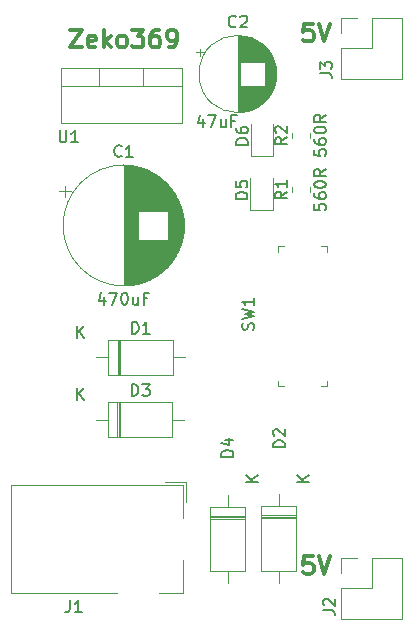
<source format=gto>
%TF.GenerationSoftware,KiCad,Pcbnew,(5.1.10-1-10_14)*%
%TF.CreationDate,2021-10-22T00:21:01+02:00*%
%TF.ProjectId,breadboard-psu,62726561-6462-46f6-9172-642d7073752e,a*%
%TF.SameCoordinates,Original*%
%TF.FileFunction,Legend,Top*%
%TF.FilePolarity,Positive*%
%FSLAX46Y46*%
G04 Gerber Fmt 4.6, Leading zero omitted, Abs format (unit mm)*
G04 Created by KiCad (PCBNEW (5.1.10-1-10_14)) date 2021-10-22 00:21:01*
%MOMM*%
%LPD*%
G01*
G04 APERTURE LIST*
%ADD10C,0.300000*%
%ADD11C,0.100000*%
%ADD12C,0.120000*%
%ADD13C,0.150000*%
G04 APERTURE END LIST*
D10*
X110839285Y-109668571D02*
X110125000Y-109668571D01*
X110053571Y-110382857D01*
X110125000Y-110311428D01*
X110267857Y-110240000D01*
X110625000Y-110240000D01*
X110767857Y-110311428D01*
X110839285Y-110382857D01*
X110910714Y-110525714D01*
X110910714Y-110882857D01*
X110839285Y-111025714D01*
X110767857Y-111097142D01*
X110625000Y-111168571D01*
X110267857Y-111168571D01*
X110125000Y-111097142D01*
X110053571Y-111025714D01*
X111339285Y-109668571D02*
X111839285Y-111168571D01*
X112339285Y-109668571D01*
X110839285Y-64583571D02*
X110125000Y-64583571D01*
X110053571Y-65297857D01*
X110125000Y-65226428D01*
X110267857Y-65155000D01*
X110625000Y-65155000D01*
X110767857Y-65226428D01*
X110839285Y-65297857D01*
X110910714Y-65440714D01*
X110910714Y-65797857D01*
X110839285Y-65940714D01*
X110767857Y-66012142D01*
X110625000Y-66083571D01*
X110267857Y-66083571D01*
X110125000Y-66012142D01*
X110053571Y-65940714D01*
X111339285Y-64583571D02*
X111839285Y-66083571D01*
X112339285Y-64583571D01*
X90297571Y-65091571D02*
X91297571Y-65091571D01*
X90297571Y-66591571D01*
X91297571Y-66591571D01*
X92440428Y-66520142D02*
X92297571Y-66591571D01*
X92011857Y-66591571D01*
X91869000Y-66520142D01*
X91797571Y-66377285D01*
X91797571Y-65805857D01*
X91869000Y-65663000D01*
X92011857Y-65591571D01*
X92297571Y-65591571D01*
X92440428Y-65663000D01*
X92511857Y-65805857D01*
X92511857Y-65948714D01*
X91797571Y-66091571D01*
X93154714Y-66591571D02*
X93154714Y-65091571D01*
X93297571Y-66020142D02*
X93726142Y-66591571D01*
X93726142Y-65591571D02*
X93154714Y-66163000D01*
X94583285Y-66591571D02*
X94440428Y-66520142D01*
X94369000Y-66448714D01*
X94297571Y-66305857D01*
X94297571Y-65877285D01*
X94369000Y-65734428D01*
X94440428Y-65663000D01*
X94583285Y-65591571D01*
X94797571Y-65591571D01*
X94940428Y-65663000D01*
X95011857Y-65734428D01*
X95083285Y-65877285D01*
X95083285Y-66305857D01*
X95011857Y-66448714D01*
X94940428Y-66520142D01*
X94797571Y-66591571D01*
X94583285Y-66591571D01*
X95583285Y-65091571D02*
X96511857Y-65091571D01*
X96011857Y-65663000D01*
X96226142Y-65663000D01*
X96369000Y-65734428D01*
X96440428Y-65805857D01*
X96511857Y-65948714D01*
X96511857Y-66305857D01*
X96440428Y-66448714D01*
X96369000Y-66520142D01*
X96226142Y-66591571D01*
X95797571Y-66591571D01*
X95654714Y-66520142D01*
X95583285Y-66448714D01*
X97797571Y-65091571D02*
X97511857Y-65091571D01*
X97369000Y-65163000D01*
X97297571Y-65234428D01*
X97154714Y-65448714D01*
X97083285Y-65734428D01*
X97083285Y-66305857D01*
X97154714Y-66448714D01*
X97226142Y-66520142D01*
X97369000Y-66591571D01*
X97654714Y-66591571D01*
X97797571Y-66520142D01*
X97869000Y-66448714D01*
X97940428Y-66305857D01*
X97940428Y-65948714D01*
X97869000Y-65805857D01*
X97797571Y-65734428D01*
X97654714Y-65663000D01*
X97369000Y-65663000D01*
X97226142Y-65734428D01*
X97154714Y-65805857D01*
X97083285Y-65948714D01*
X98654714Y-66591571D02*
X98940428Y-66591571D01*
X99083285Y-66520142D01*
X99154714Y-66448714D01*
X99297571Y-66234428D01*
X99369000Y-65948714D01*
X99369000Y-65377285D01*
X99297571Y-65234428D01*
X99226142Y-65163000D01*
X99083285Y-65091571D01*
X98797571Y-65091571D01*
X98654714Y-65163000D01*
X98583285Y-65234428D01*
X98511857Y-65377285D01*
X98511857Y-65734428D01*
X98583285Y-65877285D01*
X98654714Y-65948714D01*
X98797571Y-66020142D01*
X99083285Y-66020142D01*
X99226142Y-65948714D01*
X99297571Y-65877285D01*
X99369000Y-65734428D01*
D11*
%TO.C,SW1*%
X112082000Y-95295000D02*
X112082000Y-94795000D01*
X112082000Y-95295000D02*
X111582000Y-95295000D01*
X112082000Y-83395000D02*
X111582000Y-83395000D01*
X112082000Y-83395000D02*
X112082000Y-83895000D01*
X107882000Y-83395000D02*
X108382000Y-83395000D01*
X107882000Y-83395000D02*
X107882000Y-83895000D01*
X107882000Y-95295000D02*
X108382000Y-95295000D01*
X107882000Y-95295000D02*
X107882000Y-94795000D01*
D12*
%TO.C,C1*%
X99949000Y-81661000D02*
G75*
G03*
X99949000Y-81661000I-5120000J0D01*
G01*
X94829000Y-76581000D02*
X94829000Y-86741000D01*
X94869000Y-76581000D02*
X94869000Y-86741000D01*
X94909000Y-76581000D02*
X94909000Y-86741000D01*
X94949000Y-76582000D02*
X94949000Y-86740000D01*
X94989000Y-76583000D02*
X94989000Y-86739000D01*
X95029000Y-76584000D02*
X95029000Y-86738000D01*
X95069000Y-76586000D02*
X95069000Y-86736000D01*
X95109000Y-76588000D02*
X95109000Y-86734000D01*
X95149000Y-76591000D02*
X95149000Y-86731000D01*
X95189000Y-76593000D02*
X95189000Y-86729000D01*
X95229000Y-76596000D02*
X95229000Y-86726000D01*
X95269000Y-76599000D02*
X95269000Y-86723000D01*
X95309000Y-76603000D02*
X95309000Y-86719000D01*
X95349000Y-76607000D02*
X95349000Y-86715000D01*
X95389000Y-76611000D02*
X95389000Y-86711000D01*
X95429000Y-76616000D02*
X95429000Y-86706000D01*
X95469000Y-76621000D02*
X95469000Y-86701000D01*
X95509000Y-76626000D02*
X95509000Y-86696000D01*
X95550000Y-76631000D02*
X95550000Y-86691000D01*
X95590000Y-76637000D02*
X95590000Y-86685000D01*
X95630000Y-76643000D02*
X95630000Y-86679000D01*
X95670000Y-76650000D02*
X95670000Y-86672000D01*
X95710000Y-76657000D02*
X95710000Y-86665000D01*
X95750000Y-76664000D02*
X95750000Y-86658000D01*
X95790000Y-76671000D02*
X95790000Y-86651000D01*
X95830000Y-76679000D02*
X95830000Y-86643000D01*
X95870000Y-76687000D02*
X95870000Y-86635000D01*
X95910000Y-76696000D02*
X95910000Y-86626000D01*
X95950000Y-76705000D02*
X95950000Y-86617000D01*
X95990000Y-76714000D02*
X95990000Y-86608000D01*
X96030000Y-76723000D02*
X96030000Y-86599000D01*
X96070000Y-76733000D02*
X96070000Y-86589000D01*
X96110000Y-76743000D02*
X96110000Y-80420000D01*
X96110000Y-82902000D02*
X96110000Y-86579000D01*
X96150000Y-76754000D02*
X96150000Y-80420000D01*
X96150000Y-82902000D02*
X96150000Y-86568000D01*
X96190000Y-76764000D02*
X96190000Y-80420000D01*
X96190000Y-82902000D02*
X96190000Y-86558000D01*
X96230000Y-76776000D02*
X96230000Y-80420000D01*
X96230000Y-82902000D02*
X96230000Y-86546000D01*
X96270000Y-76787000D02*
X96270000Y-80420000D01*
X96270000Y-82902000D02*
X96270000Y-86535000D01*
X96310000Y-76799000D02*
X96310000Y-80420000D01*
X96310000Y-82902000D02*
X96310000Y-86523000D01*
X96350000Y-76811000D02*
X96350000Y-80420000D01*
X96350000Y-82902000D02*
X96350000Y-86511000D01*
X96390000Y-76824000D02*
X96390000Y-80420000D01*
X96390000Y-82902000D02*
X96390000Y-86498000D01*
X96430000Y-76837000D02*
X96430000Y-80420000D01*
X96430000Y-82902000D02*
X96430000Y-86485000D01*
X96470000Y-76850000D02*
X96470000Y-80420000D01*
X96470000Y-82902000D02*
X96470000Y-86472000D01*
X96510000Y-76864000D02*
X96510000Y-80420000D01*
X96510000Y-82902000D02*
X96510000Y-86458000D01*
X96550000Y-76878000D02*
X96550000Y-80420000D01*
X96550000Y-82902000D02*
X96550000Y-86444000D01*
X96590000Y-76893000D02*
X96590000Y-80420000D01*
X96590000Y-82902000D02*
X96590000Y-86429000D01*
X96630000Y-76907000D02*
X96630000Y-80420000D01*
X96630000Y-82902000D02*
X96630000Y-86415000D01*
X96670000Y-76923000D02*
X96670000Y-80420000D01*
X96670000Y-82902000D02*
X96670000Y-86399000D01*
X96710000Y-76938000D02*
X96710000Y-80420000D01*
X96710000Y-82902000D02*
X96710000Y-86384000D01*
X96750000Y-76954000D02*
X96750000Y-80420000D01*
X96750000Y-82902000D02*
X96750000Y-86368000D01*
X96790000Y-76971000D02*
X96790000Y-80420000D01*
X96790000Y-82902000D02*
X96790000Y-86351000D01*
X96830000Y-76987000D02*
X96830000Y-80420000D01*
X96830000Y-82902000D02*
X96830000Y-86335000D01*
X96870000Y-77004000D02*
X96870000Y-80420000D01*
X96870000Y-82902000D02*
X96870000Y-86318000D01*
X96910000Y-77022000D02*
X96910000Y-80420000D01*
X96910000Y-82902000D02*
X96910000Y-86300000D01*
X96950000Y-77040000D02*
X96950000Y-80420000D01*
X96950000Y-82902000D02*
X96950000Y-86282000D01*
X96990000Y-77058000D02*
X96990000Y-80420000D01*
X96990000Y-82902000D02*
X96990000Y-86264000D01*
X97030000Y-77077000D02*
X97030000Y-80420000D01*
X97030000Y-82902000D02*
X97030000Y-86245000D01*
X97070000Y-77097000D02*
X97070000Y-80420000D01*
X97070000Y-82902000D02*
X97070000Y-86225000D01*
X97110000Y-77116000D02*
X97110000Y-80420000D01*
X97110000Y-82902000D02*
X97110000Y-86206000D01*
X97150000Y-77136000D02*
X97150000Y-80420000D01*
X97150000Y-82902000D02*
X97150000Y-86186000D01*
X97190000Y-77157000D02*
X97190000Y-80420000D01*
X97190000Y-82902000D02*
X97190000Y-86165000D01*
X97230000Y-77178000D02*
X97230000Y-80420000D01*
X97230000Y-82902000D02*
X97230000Y-86144000D01*
X97270000Y-77199000D02*
X97270000Y-80420000D01*
X97270000Y-82902000D02*
X97270000Y-86123000D01*
X97310000Y-77221000D02*
X97310000Y-80420000D01*
X97310000Y-82902000D02*
X97310000Y-86101000D01*
X97350000Y-77244000D02*
X97350000Y-80420000D01*
X97350000Y-82902000D02*
X97350000Y-86078000D01*
X97390000Y-77266000D02*
X97390000Y-80420000D01*
X97390000Y-82902000D02*
X97390000Y-86056000D01*
X97430000Y-77290000D02*
X97430000Y-80420000D01*
X97430000Y-82902000D02*
X97430000Y-86032000D01*
X97470000Y-77314000D02*
X97470000Y-80420000D01*
X97470000Y-82902000D02*
X97470000Y-86008000D01*
X97510000Y-77338000D02*
X97510000Y-80420000D01*
X97510000Y-82902000D02*
X97510000Y-85984000D01*
X97550000Y-77363000D02*
X97550000Y-80420000D01*
X97550000Y-82902000D02*
X97550000Y-85959000D01*
X97590000Y-77388000D02*
X97590000Y-80420000D01*
X97590000Y-82902000D02*
X97590000Y-85934000D01*
X97630000Y-77414000D02*
X97630000Y-80420000D01*
X97630000Y-82902000D02*
X97630000Y-85908000D01*
X97670000Y-77440000D02*
X97670000Y-80420000D01*
X97670000Y-82902000D02*
X97670000Y-85882000D01*
X97710000Y-77467000D02*
X97710000Y-80420000D01*
X97710000Y-82902000D02*
X97710000Y-85855000D01*
X97750000Y-77495000D02*
X97750000Y-80420000D01*
X97750000Y-82902000D02*
X97750000Y-85827000D01*
X97790000Y-77523000D02*
X97790000Y-80420000D01*
X97790000Y-82902000D02*
X97790000Y-85799000D01*
X97830000Y-77551000D02*
X97830000Y-80420000D01*
X97830000Y-82902000D02*
X97830000Y-85771000D01*
X97870000Y-77581000D02*
X97870000Y-80420000D01*
X97870000Y-82902000D02*
X97870000Y-85741000D01*
X97910000Y-77611000D02*
X97910000Y-80420000D01*
X97910000Y-82902000D02*
X97910000Y-85711000D01*
X97950000Y-77641000D02*
X97950000Y-80420000D01*
X97950000Y-82902000D02*
X97950000Y-85681000D01*
X97990000Y-77672000D02*
X97990000Y-80420000D01*
X97990000Y-82902000D02*
X97990000Y-85650000D01*
X98030000Y-77704000D02*
X98030000Y-80420000D01*
X98030000Y-82902000D02*
X98030000Y-85618000D01*
X98070000Y-77736000D02*
X98070000Y-80420000D01*
X98070000Y-82902000D02*
X98070000Y-85586000D01*
X98110000Y-77769000D02*
X98110000Y-80420000D01*
X98110000Y-82902000D02*
X98110000Y-85553000D01*
X98150000Y-77803000D02*
X98150000Y-80420000D01*
X98150000Y-82902000D02*
X98150000Y-85519000D01*
X98190000Y-77837000D02*
X98190000Y-80420000D01*
X98190000Y-82902000D02*
X98190000Y-85485000D01*
X98230000Y-77872000D02*
X98230000Y-80420000D01*
X98230000Y-82902000D02*
X98230000Y-85450000D01*
X98270000Y-77908000D02*
X98270000Y-80420000D01*
X98270000Y-82902000D02*
X98270000Y-85414000D01*
X98310000Y-77945000D02*
X98310000Y-80420000D01*
X98310000Y-82902000D02*
X98310000Y-85377000D01*
X98350000Y-77982000D02*
X98350000Y-80420000D01*
X98350000Y-82902000D02*
X98350000Y-85340000D01*
X98390000Y-78021000D02*
X98390000Y-80420000D01*
X98390000Y-82902000D02*
X98390000Y-85301000D01*
X98430000Y-78060000D02*
X98430000Y-80420000D01*
X98430000Y-82902000D02*
X98430000Y-85262000D01*
X98470000Y-78100000D02*
X98470000Y-80420000D01*
X98470000Y-82902000D02*
X98470000Y-85222000D01*
X98510000Y-78141000D02*
X98510000Y-80420000D01*
X98510000Y-82902000D02*
X98510000Y-85181000D01*
X98550000Y-78183000D02*
X98550000Y-80420000D01*
X98550000Y-82902000D02*
X98550000Y-85139000D01*
X98590000Y-78225000D02*
X98590000Y-85097000D01*
X98630000Y-78269000D02*
X98630000Y-85053000D01*
X98670000Y-78314000D02*
X98670000Y-85008000D01*
X98710000Y-78360000D02*
X98710000Y-84962000D01*
X98750000Y-78407000D02*
X98750000Y-84915000D01*
X98790000Y-78455000D02*
X98790000Y-84867000D01*
X98830000Y-78505000D02*
X98830000Y-84817000D01*
X98870000Y-78555000D02*
X98870000Y-84767000D01*
X98910000Y-78607000D02*
X98910000Y-84715000D01*
X98950000Y-78661000D02*
X98950000Y-84661000D01*
X98990000Y-78716000D02*
X98990000Y-84606000D01*
X99030000Y-78772000D02*
X99030000Y-84550000D01*
X99070000Y-78831000D02*
X99070000Y-84491000D01*
X99110000Y-78891000D02*
X99110000Y-84431000D01*
X99150000Y-78952000D02*
X99150000Y-84370000D01*
X99190000Y-79016000D02*
X99190000Y-84306000D01*
X99230000Y-79082000D02*
X99230000Y-84240000D01*
X99270000Y-79151000D02*
X99270000Y-84171000D01*
X99310000Y-79222000D02*
X99310000Y-84100000D01*
X99350000Y-79296000D02*
X99350000Y-84026000D01*
X99390000Y-79372000D02*
X99390000Y-83950000D01*
X99430000Y-79452000D02*
X99430000Y-83870000D01*
X99470000Y-79536000D02*
X99470000Y-83786000D01*
X99510000Y-79624000D02*
X99510000Y-83698000D01*
X99550000Y-79717000D02*
X99550000Y-83605000D01*
X99590000Y-79815000D02*
X99590000Y-83507000D01*
X99630000Y-79919000D02*
X99630000Y-83403000D01*
X99670000Y-80031000D02*
X99670000Y-83291000D01*
X99710000Y-80151000D02*
X99710000Y-83171000D01*
X99750000Y-80283000D02*
X99750000Y-83039000D01*
X99790000Y-80431000D02*
X99790000Y-82891000D01*
X99830000Y-80599000D02*
X99830000Y-82723000D01*
X99870000Y-80799000D02*
X99870000Y-82523000D01*
X99910000Y-81062000D02*
X99910000Y-82260000D01*
X89349354Y-78786000D02*
X90349354Y-78786000D01*
X89849354Y-78286000D02*
X89849354Y-79286000D01*
%TO.C,C2*%
X107771000Y-68834000D02*
G75*
G03*
X107771000Y-68834000I-3270000J0D01*
G01*
X104501000Y-65604000D02*
X104501000Y-72064000D01*
X104541000Y-65604000D02*
X104541000Y-72064000D01*
X104581000Y-65604000D02*
X104581000Y-72064000D01*
X104621000Y-65606000D02*
X104621000Y-72062000D01*
X104661000Y-65607000D02*
X104661000Y-72061000D01*
X104701000Y-65610000D02*
X104701000Y-72058000D01*
X104741000Y-65612000D02*
X104741000Y-67794000D01*
X104741000Y-69874000D02*
X104741000Y-72056000D01*
X104781000Y-65616000D02*
X104781000Y-67794000D01*
X104781000Y-69874000D02*
X104781000Y-72052000D01*
X104821000Y-65619000D02*
X104821000Y-67794000D01*
X104821000Y-69874000D02*
X104821000Y-72049000D01*
X104861000Y-65623000D02*
X104861000Y-67794000D01*
X104861000Y-69874000D02*
X104861000Y-72045000D01*
X104901000Y-65628000D02*
X104901000Y-67794000D01*
X104901000Y-69874000D02*
X104901000Y-72040000D01*
X104941000Y-65633000D02*
X104941000Y-67794000D01*
X104941000Y-69874000D02*
X104941000Y-72035000D01*
X104981000Y-65639000D02*
X104981000Y-67794000D01*
X104981000Y-69874000D02*
X104981000Y-72029000D01*
X105021000Y-65645000D02*
X105021000Y-67794000D01*
X105021000Y-69874000D02*
X105021000Y-72023000D01*
X105061000Y-65652000D02*
X105061000Y-67794000D01*
X105061000Y-69874000D02*
X105061000Y-72016000D01*
X105101000Y-65659000D02*
X105101000Y-67794000D01*
X105101000Y-69874000D02*
X105101000Y-72009000D01*
X105141000Y-65667000D02*
X105141000Y-67794000D01*
X105141000Y-69874000D02*
X105141000Y-72001000D01*
X105181000Y-65675000D02*
X105181000Y-67794000D01*
X105181000Y-69874000D02*
X105181000Y-71993000D01*
X105222000Y-65684000D02*
X105222000Y-67794000D01*
X105222000Y-69874000D02*
X105222000Y-71984000D01*
X105262000Y-65693000D02*
X105262000Y-67794000D01*
X105262000Y-69874000D02*
X105262000Y-71975000D01*
X105302000Y-65703000D02*
X105302000Y-67794000D01*
X105302000Y-69874000D02*
X105302000Y-71965000D01*
X105342000Y-65713000D02*
X105342000Y-67794000D01*
X105342000Y-69874000D02*
X105342000Y-71955000D01*
X105382000Y-65724000D02*
X105382000Y-67794000D01*
X105382000Y-69874000D02*
X105382000Y-71944000D01*
X105422000Y-65736000D02*
X105422000Y-67794000D01*
X105422000Y-69874000D02*
X105422000Y-71932000D01*
X105462000Y-65748000D02*
X105462000Y-67794000D01*
X105462000Y-69874000D02*
X105462000Y-71920000D01*
X105502000Y-65760000D02*
X105502000Y-67794000D01*
X105502000Y-69874000D02*
X105502000Y-71908000D01*
X105542000Y-65773000D02*
X105542000Y-67794000D01*
X105542000Y-69874000D02*
X105542000Y-71895000D01*
X105582000Y-65787000D02*
X105582000Y-67794000D01*
X105582000Y-69874000D02*
X105582000Y-71881000D01*
X105622000Y-65801000D02*
X105622000Y-67794000D01*
X105622000Y-69874000D02*
X105622000Y-71867000D01*
X105662000Y-65816000D02*
X105662000Y-67794000D01*
X105662000Y-69874000D02*
X105662000Y-71852000D01*
X105702000Y-65832000D02*
X105702000Y-67794000D01*
X105702000Y-69874000D02*
X105702000Y-71836000D01*
X105742000Y-65848000D02*
X105742000Y-67794000D01*
X105742000Y-69874000D02*
X105742000Y-71820000D01*
X105782000Y-65864000D02*
X105782000Y-67794000D01*
X105782000Y-69874000D02*
X105782000Y-71804000D01*
X105822000Y-65882000D02*
X105822000Y-67794000D01*
X105822000Y-69874000D02*
X105822000Y-71786000D01*
X105862000Y-65900000D02*
X105862000Y-67794000D01*
X105862000Y-69874000D02*
X105862000Y-71768000D01*
X105902000Y-65918000D02*
X105902000Y-67794000D01*
X105902000Y-69874000D02*
X105902000Y-71750000D01*
X105942000Y-65938000D02*
X105942000Y-67794000D01*
X105942000Y-69874000D02*
X105942000Y-71730000D01*
X105982000Y-65958000D02*
X105982000Y-67794000D01*
X105982000Y-69874000D02*
X105982000Y-71710000D01*
X106022000Y-65978000D02*
X106022000Y-67794000D01*
X106022000Y-69874000D02*
X106022000Y-71690000D01*
X106062000Y-66000000D02*
X106062000Y-67794000D01*
X106062000Y-69874000D02*
X106062000Y-71668000D01*
X106102000Y-66022000D02*
X106102000Y-67794000D01*
X106102000Y-69874000D02*
X106102000Y-71646000D01*
X106142000Y-66044000D02*
X106142000Y-67794000D01*
X106142000Y-69874000D02*
X106142000Y-71624000D01*
X106182000Y-66068000D02*
X106182000Y-67794000D01*
X106182000Y-69874000D02*
X106182000Y-71600000D01*
X106222000Y-66092000D02*
X106222000Y-67794000D01*
X106222000Y-69874000D02*
X106222000Y-71576000D01*
X106262000Y-66118000D02*
X106262000Y-67794000D01*
X106262000Y-69874000D02*
X106262000Y-71550000D01*
X106302000Y-66144000D02*
X106302000Y-67794000D01*
X106302000Y-69874000D02*
X106302000Y-71524000D01*
X106342000Y-66170000D02*
X106342000Y-67794000D01*
X106342000Y-69874000D02*
X106342000Y-71498000D01*
X106382000Y-66198000D02*
X106382000Y-67794000D01*
X106382000Y-69874000D02*
X106382000Y-71470000D01*
X106422000Y-66227000D02*
X106422000Y-67794000D01*
X106422000Y-69874000D02*
X106422000Y-71441000D01*
X106462000Y-66256000D02*
X106462000Y-67794000D01*
X106462000Y-69874000D02*
X106462000Y-71412000D01*
X106502000Y-66286000D02*
X106502000Y-67794000D01*
X106502000Y-69874000D02*
X106502000Y-71382000D01*
X106542000Y-66318000D02*
X106542000Y-67794000D01*
X106542000Y-69874000D02*
X106542000Y-71350000D01*
X106582000Y-66350000D02*
X106582000Y-67794000D01*
X106582000Y-69874000D02*
X106582000Y-71318000D01*
X106622000Y-66384000D02*
X106622000Y-67794000D01*
X106622000Y-69874000D02*
X106622000Y-71284000D01*
X106662000Y-66418000D02*
X106662000Y-67794000D01*
X106662000Y-69874000D02*
X106662000Y-71250000D01*
X106702000Y-66454000D02*
X106702000Y-67794000D01*
X106702000Y-69874000D02*
X106702000Y-71214000D01*
X106742000Y-66491000D02*
X106742000Y-67794000D01*
X106742000Y-69874000D02*
X106742000Y-71177000D01*
X106782000Y-66529000D02*
X106782000Y-67794000D01*
X106782000Y-69874000D02*
X106782000Y-71139000D01*
X106822000Y-66569000D02*
X106822000Y-71099000D01*
X106862000Y-66610000D02*
X106862000Y-71058000D01*
X106902000Y-66652000D02*
X106902000Y-71016000D01*
X106942000Y-66697000D02*
X106942000Y-70971000D01*
X106982000Y-66742000D02*
X106982000Y-70926000D01*
X107022000Y-66790000D02*
X107022000Y-70878000D01*
X107062000Y-66839000D02*
X107062000Y-70829000D01*
X107102000Y-66890000D02*
X107102000Y-70778000D01*
X107142000Y-66944000D02*
X107142000Y-70724000D01*
X107182000Y-67000000D02*
X107182000Y-70668000D01*
X107222000Y-67058000D02*
X107222000Y-70610000D01*
X107262000Y-67120000D02*
X107262000Y-70548000D01*
X107302000Y-67184000D02*
X107302000Y-70484000D01*
X107342000Y-67253000D02*
X107342000Y-70415000D01*
X107382000Y-67325000D02*
X107382000Y-70343000D01*
X107422000Y-67402000D02*
X107422000Y-70266000D01*
X107462000Y-67484000D02*
X107462000Y-70184000D01*
X107502000Y-67572000D02*
X107502000Y-70096000D01*
X107542000Y-67669000D02*
X107542000Y-69999000D01*
X107582000Y-67775000D02*
X107582000Y-69893000D01*
X107622000Y-67894000D02*
X107622000Y-69774000D01*
X107662000Y-68032000D02*
X107662000Y-69636000D01*
X107702000Y-68201000D02*
X107702000Y-69467000D01*
X107742000Y-68432000D02*
X107742000Y-69236000D01*
X101000759Y-66995000D02*
X101630759Y-66995000D01*
X101315759Y-66680000D02*
X101315759Y-67310000D01*
%TO.C,D1*%
X93546000Y-91367000D02*
X93546000Y-94307000D01*
X93546000Y-94307000D02*
X98986000Y-94307000D01*
X98986000Y-94307000D02*
X98986000Y-91367000D01*
X98986000Y-91367000D02*
X93546000Y-91367000D01*
X92526000Y-92837000D02*
X93546000Y-92837000D01*
X100006000Y-92837000D02*
X98986000Y-92837000D01*
X94446000Y-91367000D02*
X94446000Y-94307000D01*
X94566000Y-91367000D02*
X94566000Y-94307000D01*
X94326000Y-91367000D02*
X94326000Y-94307000D01*
%TO.C,D2*%
X109420000Y-105439001D02*
X106480000Y-105439001D01*
X106480000Y-105439001D02*
X106480000Y-110879001D01*
X106480000Y-110879001D02*
X109420000Y-110879001D01*
X109420000Y-110879001D02*
X109420000Y-105439001D01*
X107950000Y-104419001D02*
X107950000Y-105439001D01*
X107950000Y-111899001D02*
X107950000Y-110879001D01*
X109420000Y-106339001D02*
X106480000Y-106339001D01*
X109420000Y-106459001D02*
X106480000Y-106459001D01*
X109420000Y-106219001D02*
X106480000Y-106219001D01*
%TO.C,D3*%
X94304001Y-96639001D02*
X94304001Y-99579001D01*
X94544001Y-96639001D02*
X94544001Y-99579001D01*
X94424001Y-96639001D02*
X94424001Y-99579001D01*
X99984001Y-98109001D02*
X98964001Y-98109001D01*
X92504001Y-98109001D02*
X93524001Y-98109001D01*
X98964001Y-96639001D02*
X93524001Y-96639001D01*
X98964001Y-99579001D02*
X98964001Y-96639001D01*
X93524001Y-99579001D02*
X98964001Y-99579001D01*
X93524001Y-96639001D02*
X93524001Y-99579001D01*
%TO.C,D4*%
X105102000Y-106264000D02*
X102162000Y-106264000D01*
X105102000Y-106504000D02*
X102162000Y-106504000D01*
X105102000Y-106384000D02*
X102162000Y-106384000D01*
X103632000Y-111944000D02*
X103632000Y-110924000D01*
X103632000Y-104464000D02*
X103632000Y-105484000D01*
X105102000Y-110924000D02*
X105102000Y-105484000D01*
X102162000Y-110924000D02*
X105102000Y-110924000D01*
X102162000Y-105484000D02*
X102162000Y-110924000D01*
X105102000Y-105484000D02*
X102162000Y-105484000D01*
%TO.C,D5*%
X105558001Y-77657999D02*
X105558001Y-80342999D01*
X105558001Y-80342999D02*
X107478001Y-80342999D01*
X107478001Y-80342999D02*
X107478001Y-77657999D01*
%TO.C,D6*%
X107517001Y-75760999D02*
X107517001Y-73075999D01*
X105597001Y-75760999D02*
X107517001Y-75760999D01*
X105597001Y-73075999D02*
X105597001Y-75760999D01*
%TO.C,J1*%
X94260000Y-112804000D02*
X85260000Y-112804000D01*
X85260000Y-112804000D02*
X85260000Y-103604000D01*
X85260000Y-103604000D02*
X99860000Y-103604000D01*
X99860000Y-103604000D02*
X99860000Y-106404000D01*
X99860000Y-110004000D02*
X99860000Y-112804000D01*
X99860000Y-112804000D02*
X97860000Y-112804000D01*
X98360000Y-103364000D02*
X100100000Y-103364000D01*
X100100000Y-103364000D02*
X100100000Y-105104000D01*
%TO.C,J2*%
X113224000Y-114995000D02*
X118424000Y-114995000D01*
X113224000Y-112395000D02*
X113224000Y-114995000D01*
X118424000Y-109795000D02*
X118424000Y-114995000D01*
X113224000Y-112395000D02*
X115824000Y-112395000D01*
X115824000Y-112395000D02*
X115824000Y-109795000D01*
X115824000Y-109795000D02*
X118424000Y-109795000D01*
X113224000Y-111125000D02*
X113224000Y-109795000D01*
X113224000Y-109795000D02*
X114554000Y-109795000D01*
%TO.C,J3*%
X113224000Y-64075000D02*
X114554000Y-64075000D01*
X113224000Y-65405000D02*
X113224000Y-64075000D01*
X115824000Y-64075000D02*
X118424000Y-64075000D01*
X115824000Y-66675000D02*
X115824000Y-64075000D01*
X113224000Y-66675000D02*
X115824000Y-66675000D01*
X118424000Y-64075000D02*
X118424000Y-69275000D01*
X113224000Y-66675000D02*
X113224000Y-69275000D01*
X113224000Y-69275000D02*
X118424000Y-69275000D01*
%TO.C,R1*%
X109120000Y-78863564D02*
X109120000Y-78409436D01*
X110590000Y-78863564D02*
X110590000Y-78409436D01*
%TO.C,R2*%
X110590000Y-74268064D02*
X110590000Y-73813936D01*
X109120000Y-74268064D02*
X109120000Y-73813936D01*
%TO.C,U1*%
X89495000Y-68358000D02*
X99735000Y-68358000D01*
X89495000Y-72999000D02*
X99735000Y-72999000D01*
X89495000Y-68358000D02*
X89495000Y-72999000D01*
X99735000Y-68358000D02*
X99735000Y-72999000D01*
X89495000Y-69868000D02*
X99735000Y-69868000D01*
X92765000Y-68358000D02*
X92765000Y-69868000D01*
X96466000Y-68358000D02*
X96466000Y-69868000D01*
%TO.C,SW1*%
D13*
X105814761Y-90487333D02*
X105862380Y-90344476D01*
X105862380Y-90106380D01*
X105814761Y-90011142D01*
X105767142Y-89963523D01*
X105671904Y-89915904D01*
X105576666Y-89915904D01*
X105481428Y-89963523D01*
X105433809Y-90011142D01*
X105386190Y-90106380D01*
X105338571Y-90296857D01*
X105290952Y-90392095D01*
X105243333Y-90439714D01*
X105148095Y-90487333D01*
X105052857Y-90487333D01*
X104957619Y-90439714D01*
X104910000Y-90392095D01*
X104862380Y-90296857D01*
X104862380Y-90058761D01*
X104910000Y-89915904D01*
X104862380Y-89582571D02*
X105862380Y-89344476D01*
X105148095Y-89154000D01*
X105862380Y-88963523D01*
X104862380Y-88725428D01*
X105862380Y-87820666D02*
X105862380Y-88392095D01*
X105862380Y-88106380D02*
X104862380Y-88106380D01*
X105005238Y-88201619D01*
X105100476Y-88296857D01*
X105148095Y-88392095D01*
%TO.C,C1*%
X94662333Y-75768142D02*
X94614714Y-75815761D01*
X94471857Y-75863380D01*
X94376619Y-75863380D01*
X94233761Y-75815761D01*
X94138523Y-75720523D01*
X94090904Y-75625285D01*
X94043285Y-75434809D01*
X94043285Y-75291952D01*
X94090904Y-75101476D01*
X94138523Y-75006238D01*
X94233761Y-74911000D01*
X94376619Y-74863380D01*
X94471857Y-74863380D01*
X94614714Y-74911000D01*
X94662333Y-74958619D01*
X95614714Y-75863380D02*
X95043285Y-75863380D01*
X95329000Y-75863380D02*
X95329000Y-74863380D01*
X95233761Y-75006238D01*
X95138523Y-75101476D01*
X95043285Y-75149095D01*
X93186142Y-87696714D02*
X93186142Y-88363380D01*
X92948047Y-87315761D02*
X92709952Y-88030047D01*
X93329000Y-88030047D01*
X93614714Y-87363380D02*
X94281380Y-87363380D01*
X93852809Y-88363380D01*
X94852809Y-87363380D02*
X94948047Y-87363380D01*
X95043285Y-87411000D01*
X95090904Y-87458619D01*
X95138523Y-87553857D01*
X95186142Y-87744333D01*
X95186142Y-87982428D01*
X95138523Y-88172904D01*
X95090904Y-88268142D01*
X95043285Y-88315761D01*
X94948047Y-88363380D01*
X94852809Y-88363380D01*
X94757571Y-88315761D01*
X94709952Y-88268142D01*
X94662333Y-88172904D01*
X94614714Y-87982428D01*
X94614714Y-87744333D01*
X94662333Y-87553857D01*
X94709952Y-87458619D01*
X94757571Y-87411000D01*
X94852809Y-87363380D01*
X96043285Y-87696714D02*
X96043285Y-88363380D01*
X95614714Y-87696714D02*
X95614714Y-88220523D01*
X95662333Y-88315761D01*
X95757571Y-88363380D01*
X95900428Y-88363380D01*
X95995666Y-88315761D01*
X96043285Y-88268142D01*
X96852809Y-87839571D02*
X96519476Y-87839571D01*
X96519476Y-88363380D02*
X96519476Y-87363380D01*
X96995666Y-87363380D01*
%TO.C,C2*%
X104334333Y-64791142D02*
X104286714Y-64838761D01*
X104143857Y-64886380D01*
X104048619Y-64886380D01*
X103905761Y-64838761D01*
X103810523Y-64743523D01*
X103762904Y-64648285D01*
X103715285Y-64457809D01*
X103715285Y-64314952D01*
X103762904Y-64124476D01*
X103810523Y-64029238D01*
X103905761Y-63934000D01*
X104048619Y-63886380D01*
X104143857Y-63886380D01*
X104286714Y-63934000D01*
X104334333Y-63981619D01*
X104715285Y-63981619D02*
X104762904Y-63934000D01*
X104858142Y-63886380D01*
X105096238Y-63886380D01*
X105191476Y-63934000D01*
X105239095Y-63981619D01*
X105286714Y-64076857D01*
X105286714Y-64172095D01*
X105239095Y-64314952D01*
X104667666Y-64886380D01*
X105286714Y-64886380D01*
X101576333Y-72683714D02*
X101576333Y-73350380D01*
X101338238Y-72302761D02*
X101100142Y-73017047D01*
X101719190Y-73017047D01*
X102004904Y-72350380D02*
X102671571Y-72350380D01*
X102243000Y-73350380D01*
X103481095Y-72683714D02*
X103481095Y-73350380D01*
X103052523Y-72683714D02*
X103052523Y-73207523D01*
X103100142Y-73302761D01*
X103195380Y-73350380D01*
X103338238Y-73350380D01*
X103433476Y-73302761D01*
X103481095Y-73255142D01*
X104290619Y-72826571D02*
X103957285Y-72826571D01*
X103957285Y-73350380D02*
X103957285Y-72350380D01*
X104433476Y-72350380D01*
%TO.C,D1*%
X95527904Y-90819380D02*
X95527904Y-89819380D01*
X95766000Y-89819380D01*
X95908857Y-89867000D01*
X96004095Y-89962238D01*
X96051714Y-90057476D01*
X96099333Y-90247952D01*
X96099333Y-90390809D01*
X96051714Y-90581285D01*
X96004095Y-90676523D01*
X95908857Y-90771761D01*
X95766000Y-90819380D01*
X95527904Y-90819380D01*
X97051714Y-90819380D02*
X96480285Y-90819380D01*
X96766000Y-90819380D02*
X96766000Y-89819380D01*
X96670761Y-89962238D01*
X96575523Y-90057476D01*
X96480285Y-90105095D01*
X90924095Y-91189380D02*
X90924095Y-90189380D01*
X91495523Y-91189380D02*
X91066952Y-90617952D01*
X91495523Y-90189380D02*
X90924095Y-90760809D01*
%TO.C,D2*%
X108503381Y-100433095D02*
X107503381Y-100433095D01*
X107503381Y-100195000D01*
X107551001Y-100052142D01*
X107646239Y-99956904D01*
X107741477Y-99909285D01*
X107931953Y-99861666D01*
X108074810Y-99861666D01*
X108265286Y-99909285D01*
X108360524Y-99956904D01*
X108455762Y-100052142D01*
X108503381Y-100195000D01*
X108503381Y-100433095D01*
X107598620Y-99480714D02*
X107551001Y-99433095D01*
X107503381Y-99337857D01*
X107503381Y-99099761D01*
X107551001Y-99004523D01*
X107598620Y-98956904D01*
X107693858Y-98909285D01*
X107789096Y-98909285D01*
X107931953Y-98956904D01*
X108503381Y-99528333D01*
X108503381Y-98909285D01*
X110502380Y-103340905D02*
X109502380Y-103340905D01*
X110502380Y-102769477D02*
X109930952Y-103198048D01*
X109502380Y-102769477D02*
X110073809Y-103340905D01*
%TO.C,D3*%
X95505905Y-96091381D02*
X95505905Y-95091381D01*
X95744001Y-95091381D01*
X95886858Y-95139001D01*
X95982096Y-95234239D01*
X96029715Y-95329477D01*
X96077334Y-95519953D01*
X96077334Y-95662810D01*
X96029715Y-95853286D01*
X95982096Y-95948524D01*
X95886858Y-96043762D01*
X95744001Y-96091381D01*
X95505905Y-96091381D01*
X96410667Y-95091381D02*
X97029715Y-95091381D01*
X96696381Y-95472334D01*
X96839239Y-95472334D01*
X96934477Y-95519953D01*
X96982096Y-95567572D01*
X97029715Y-95662810D01*
X97029715Y-95900905D01*
X96982096Y-95996143D01*
X96934477Y-96043762D01*
X96839239Y-96091381D01*
X96553524Y-96091381D01*
X96458286Y-96043762D01*
X96410667Y-95996143D01*
X90902096Y-96461381D02*
X90902096Y-95461381D01*
X91473524Y-96461381D02*
X91044953Y-95889953D01*
X91473524Y-95461381D02*
X90902096Y-96032810D01*
%TO.C,D4*%
X104117381Y-101240094D02*
X103117381Y-101240094D01*
X103117381Y-101001999D01*
X103165001Y-100859141D01*
X103260239Y-100763903D01*
X103355477Y-100716284D01*
X103545953Y-100668665D01*
X103688810Y-100668665D01*
X103879286Y-100716284D01*
X103974524Y-100763903D01*
X104069762Y-100859141D01*
X104117381Y-101001999D01*
X104117381Y-101240094D01*
X103450715Y-99811522D02*
X104117381Y-99811522D01*
X103069762Y-100049618D02*
X103784048Y-100287713D01*
X103784048Y-99668665D01*
X106184380Y-103385904D02*
X105184380Y-103385904D01*
X106184380Y-102814476D02*
X105612952Y-103243047D01*
X105184380Y-102814476D02*
X105755809Y-103385904D01*
%TO.C,D5*%
X105320381Y-79396094D02*
X104320381Y-79396094D01*
X104320381Y-79157999D01*
X104368001Y-79015141D01*
X104463239Y-78919903D01*
X104558477Y-78872284D01*
X104748953Y-78824665D01*
X104891810Y-78824665D01*
X105082286Y-78872284D01*
X105177524Y-78919903D01*
X105272762Y-79015141D01*
X105320381Y-79157999D01*
X105320381Y-79396094D01*
X104320381Y-77919903D02*
X104320381Y-78396094D01*
X104796572Y-78443713D01*
X104748953Y-78396094D01*
X104701334Y-78300856D01*
X104701334Y-78062760D01*
X104748953Y-77967522D01*
X104796572Y-77919903D01*
X104891810Y-77872284D01*
X105129905Y-77872284D01*
X105225143Y-77919903D01*
X105272762Y-77967522D01*
X105320381Y-78062760D01*
X105320381Y-78300856D01*
X105272762Y-78396094D01*
X105225143Y-78443713D01*
%TO.C,D6*%
X105359381Y-74814094D02*
X104359381Y-74814094D01*
X104359381Y-74575999D01*
X104407001Y-74433141D01*
X104502239Y-74337903D01*
X104597477Y-74290284D01*
X104787953Y-74242665D01*
X104930810Y-74242665D01*
X105121286Y-74290284D01*
X105216524Y-74337903D01*
X105311762Y-74433141D01*
X105359381Y-74575999D01*
X105359381Y-74814094D01*
X104359381Y-73385522D02*
X104359381Y-73575999D01*
X104407001Y-73671237D01*
X104454620Y-73718856D01*
X104597477Y-73814094D01*
X104787953Y-73861713D01*
X105168905Y-73861713D01*
X105264143Y-73814094D01*
X105311762Y-73766475D01*
X105359381Y-73671237D01*
X105359381Y-73480760D01*
X105311762Y-73385522D01*
X105264143Y-73337903D01*
X105168905Y-73290284D01*
X104930810Y-73290284D01*
X104835572Y-73337903D01*
X104787953Y-73385522D01*
X104740334Y-73480760D01*
X104740334Y-73671237D01*
X104787953Y-73766475D01*
X104835572Y-73814094D01*
X104930810Y-73861713D01*
%TO.C,J1*%
X90276666Y-113406380D02*
X90276666Y-114120666D01*
X90229047Y-114263523D01*
X90133809Y-114358761D01*
X89990952Y-114406380D01*
X89895714Y-114406380D01*
X91276666Y-114406380D02*
X90705238Y-114406380D01*
X90990952Y-114406380D02*
X90990952Y-113406380D01*
X90895714Y-113549238D01*
X90800476Y-113644476D01*
X90705238Y-113692095D01*
%TO.C,J2*%
X111720380Y-114252333D02*
X112434666Y-114252333D01*
X112577523Y-114299952D01*
X112672761Y-114395190D01*
X112720380Y-114538047D01*
X112720380Y-114633285D01*
X111815619Y-113823761D02*
X111768000Y-113776142D01*
X111720380Y-113680904D01*
X111720380Y-113442809D01*
X111768000Y-113347571D01*
X111815619Y-113299952D01*
X111910857Y-113252333D01*
X112006095Y-113252333D01*
X112148952Y-113299952D01*
X112720380Y-113871380D01*
X112720380Y-113252333D01*
%TO.C,J3*%
X111466380Y-68786333D02*
X112180666Y-68786333D01*
X112323523Y-68833952D01*
X112418761Y-68929190D01*
X112466380Y-69072047D01*
X112466380Y-69167285D01*
X111466380Y-68405380D02*
X111466380Y-67786333D01*
X111847333Y-68119666D01*
X111847333Y-67976809D01*
X111894952Y-67881571D01*
X111942571Y-67833952D01*
X112037809Y-67786333D01*
X112275904Y-67786333D01*
X112371142Y-67833952D01*
X112418761Y-67881571D01*
X112466380Y-67976809D01*
X112466380Y-68262523D01*
X112418761Y-68357761D01*
X112371142Y-68405380D01*
%TO.C,R1*%
X108657380Y-78803166D02*
X108181190Y-79136500D01*
X108657380Y-79374595D02*
X107657380Y-79374595D01*
X107657380Y-78993642D01*
X107705000Y-78898404D01*
X107752619Y-78850785D01*
X107847857Y-78803166D01*
X107990714Y-78803166D01*
X108085952Y-78850785D01*
X108133571Y-78898404D01*
X108181190Y-78993642D01*
X108181190Y-79374595D01*
X108657380Y-77850785D02*
X108657380Y-78422214D01*
X108657380Y-78136500D02*
X107657380Y-78136500D01*
X107800238Y-78231738D01*
X107895476Y-78326976D01*
X107943095Y-78422214D01*
X110957380Y-79850785D02*
X110957380Y-80326976D01*
X111433571Y-80374595D01*
X111385952Y-80326976D01*
X111338333Y-80231738D01*
X111338333Y-79993642D01*
X111385952Y-79898404D01*
X111433571Y-79850785D01*
X111528809Y-79803166D01*
X111766904Y-79803166D01*
X111862142Y-79850785D01*
X111909761Y-79898404D01*
X111957380Y-79993642D01*
X111957380Y-80231738D01*
X111909761Y-80326976D01*
X111862142Y-80374595D01*
X110957380Y-78946023D02*
X110957380Y-79136500D01*
X111005000Y-79231738D01*
X111052619Y-79279357D01*
X111195476Y-79374595D01*
X111385952Y-79422214D01*
X111766904Y-79422214D01*
X111862142Y-79374595D01*
X111909761Y-79326976D01*
X111957380Y-79231738D01*
X111957380Y-79041261D01*
X111909761Y-78946023D01*
X111862142Y-78898404D01*
X111766904Y-78850785D01*
X111528809Y-78850785D01*
X111433571Y-78898404D01*
X111385952Y-78946023D01*
X111338333Y-79041261D01*
X111338333Y-79231738D01*
X111385952Y-79326976D01*
X111433571Y-79374595D01*
X111528809Y-79422214D01*
X110957380Y-78231738D02*
X110957380Y-78136500D01*
X111005000Y-78041261D01*
X111052619Y-77993642D01*
X111147857Y-77946023D01*
X111338333Y-77898404D01*
X111576428Y-77898404D01*
X111766904Y-77946023D01*
X111862142Y-77993642D01*
X111909761Y-78041261D01*
X111957380Y-78136500D01*
X111957380Y-78231738D01*
X111909761Y-78326976D01*
X111862142Y-78374595D01*
X111766904Y-78422214D01*
X111576428Y-78469833D01*
X111338333Y-78469833D01*
X111147857Y-78422214D01*
X111052619Y-78374595D01*
X111005000Y-78326976D01*
X110957380Y-78231738D01*
X111957380Y-76898404D02*
X111481190Y-77231738D01*
X111957380Y-77469833D02*
X110957380Y-77469833D01*
X110957380Y-77088880D01*
X111005000Y-76993642D01*
X111052619Y-76946023D01*
X111147857Y-76898404D01*
X111290714Y-76898404D01*
X111385952Y-76946023D01*
X111433571Y-76993642D01*
X111481190Y-77088880D01*
X111481190Y-77469833D01*
%TO.C,R2*%
X108657380Y-74207666D02*
X108181190Y-74541000D01*
X108657380Y-74779095D02*
X107657380Y-74779095D01*
X107657380Y-74398142D01*
X107705000Y-74302904D01*
X107752619Y-74255285D01*
X107847857Y-74207666D01*
X107990714Y-74207666D01*
X108085952Y-74255285D01*
X108133571Y-74302904D01*
X108181190Y-74398142D01*
X108181190Y-74779095D01*
X107752619Y-73826714D02*
X107705000Y-73779095D01*
X107657380Y-73683857D01*
X107657380Y-73445761D01*
X107705000Y-73350523D01*
X107752619Y-73302904D01*
X107847857Y-73255285D01*
X107943095Y-73255285D01*
X108085952Y-73302904D01*
X108657380Y-73874333D01*
X108657380Y-73255285D01*
X110957380Y-75255285D02*
X110957380Y-75731476D01*
X111433571Y-75779095D01*
X111385952Y-75731476D01*
X111338333Y-75636238D01*
X111338333Y-75398142D01*
X111385952Y-75302904D01*
X111433571Y-75255285D01*
X111528809Y-75207666D01*
X111766904Y-75207666D01*
X111862142Y-75255285D01*
X111909761Y-75302904D01*
X111957380Y-75398142D01*
X111957380Y-75636238D01*
X111909761Y-75731476D01*
X111862142Y-75779095D01*
X110957380Y-74350523D02*
X110957380Y-74541000D01*
X111005000Y-74636238D01*
X111052619Y-74683857D01*
X111195476Y-74779095D01*
X111385952Y-74826714D01*
X111766904Y-74826714D01*
X111862142Y-74779095D01*
X111909761Y-74731476D01*
X111957380Y-74636238D01*
X111957380Y-74445761D01*
X111909761Y-74350523D01*
X111862142Y-74302904D01*
X111766904Y-74255285D01*
X111528809Y-74255285D01*
X111433571Y-74302904D01*
X111385952Y-74350523D01*
X111338333Y-74445761D01*
X111338333Y-74636238D01*
X111385952Y-74731476D01*
X111433571Y-74779095D01*
X111528809Y-74826714D01*
X110957380Y-73636238D02*
X110957380Y-73541000D01*
X111005000Y-73445761D01*
X111052619Y-73398142D01*
X111147857Y-73350523D01*
X111338333Y-73302904D01*
X111576428Y-73302904D01*
X111766904Y-73350523D01*
X111862142Y-73398142D01*
X111909761Y-73445761D01*
X111957380Y-73541000D01*
X111957380Y-73636238D01*
X111909761Y-73731476D01*
X111862142Y-73779095D01*
X111766904Y-73826714D01*
X111576428Y-73874333D01*
X111338333Y-73874333D01*
X111147857Y-73826714D01*
X111052619Y-73779095D01*
X111005000Y-73731476D01*
X110957380Y-73636238D01*
X111957380Y-72302904D02*
X111481190Y-72636238D01*
X111957380Y-72874333D02*
X110957380Y-72874333D01*
X110957380Y-72493380D01*
X111005000Y-72398142D01*
X111052619Y-72350523D01*
X111147857Y-72302904D01*
X111290714Y-72302904D01*
X111385952Y-72350523D01*
X111433571Y-72398142D01*
X111481190Y-72493380D01*
X111481190Y-72874333D01*
%TO.C,U1*%
X89408095Y-73620380D02*
X89408095Y-74429904D01*
X89455714Y-74525142D01*
X89503333Y-74572761D01*
X89598571Y-74620380D01*
X89789047Y-74620380D01*
X89884285Y-74572761D01*
X89931904Y-74525142D01*
X89979523Y-74429904D01*
X89979523Y-73620380D01*
X90979523Y-74620380D02*
X90408095Y-74620380D01*
X90693809Y-74620380D02*
X90693809Y-73620380D01*
X90598571Y-73763238D01*
X90503333Y-73858476D01*
X90408095Y-73906095D01*
%TD*%
M02*

</source>
